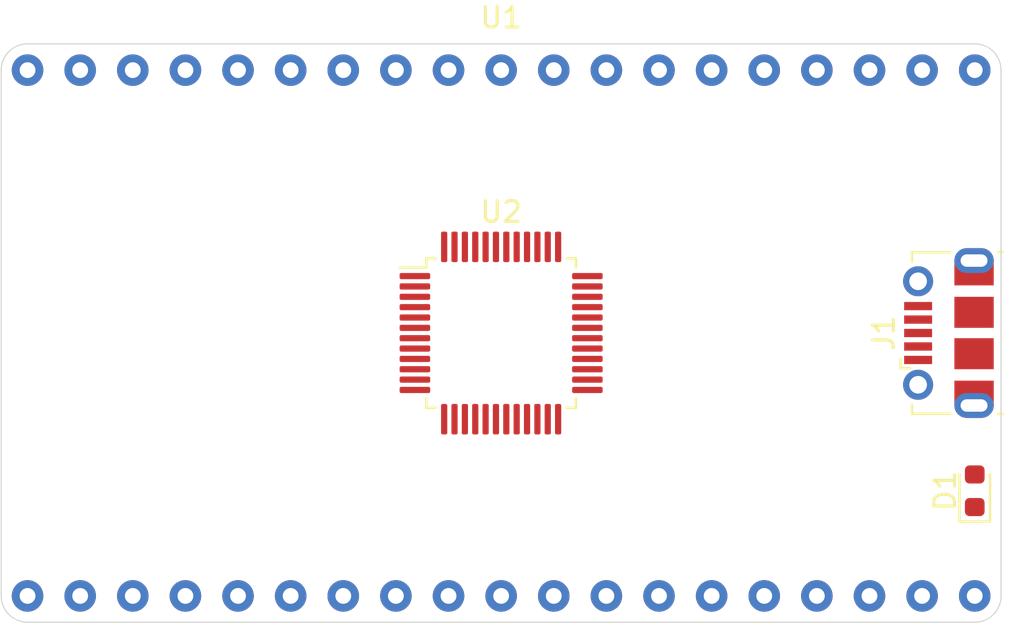
<source format=kicad_pcb>
(kicad_pcb (version 20171130) (host pcbnew 5.1.2+dfsg1-1)

  (general
    (thickness 1.6)
    (drawings 8)
    (tracks 0)
    (zones 0)
    (modules 4)
    (nets 82)
  )

  (page A4)
  (layers
    (0 F.Cu signal)
    (31 B.Cu signal)
    (32 B.Adhes user)
    (33 F.Adhes user)
    (34 B.Paste user)
    (35 F.Paste user)
    (36 B.SilkS user)
    (37 F.SilkS user)
    (38 B.Mask user)
    (39 F.Mask user)
    (40 Dwgs.User user)
    (41 Cmts.User user)
    (42 Eco1.User user)
    (43 Eco2.User user)
    (44 Edge.Cuts user)
    (45 Margin user)
    (46 B.CrtYd user)
    (47 F.CrtYd user)
    (48 B.Fab user hide)
    (49 F.Fab user hide)
  )

  (setup
    (last_trace_width 0.25)
    (trace_clearance 0.2)
    (zone_clearance 0.508)
    (zone_45_only no)
    (trace_min 0.2)
    (via_size 0.8)
    (via_drill 0.4)
    (via_min_size 0.4)
    (via_min_drill 0.3)
    (uvia_size 0.3)
    (uvia_drill 0.1)
    (uvias_allowed no)
    (uvia_min_size 0.2)
    (uvia_min_drill 0.1)
    (edge_width 0.05)
    (segment_width 0.2)
    (pcb_text_width 0.3)
    (pcb_text_size 1.5 1.5)
    (mod_edge_width 0.12)
    (mod_text_size 1 1)
    (mod_text_width 0.15)
    (pad_size 1.524 1.524)
    (pad_drill 0.762)
    (pad_to_mask_clearance 0.051)
    (solder_mask_min_width 0.25)
    (aux_axis_origin 0 0)
    (visible_elements FFFFFF7F)
    (pcbplotparams
      (layerselection 0x010fc_ffffffff)
      (usegerberextensions false)
      (usegerberattributes false)
      (usegerberadvancedattributes false)
      (creategerberjobfile false)
      (excludeedgelayer true)
      (linewidth 0.100000)
      (plotframeref false)
      (viasonmask false)
      (mode 1)
      (useauxorigin false)
      (hpglpennumber 1)
      (hpglpenspeed 20)
      (hpglpendiameter 15.000000)
      (psnegative false)
      (psa4output false)
      (plotreference true)
      (plotvalue true)
      (plotinvisibletext false)
      (padsonsilk false)
      (subtractmaskfromsilk false)
      (outputformat 1)
      (mirror false)
      (drillshape 1)
      (scaleselection 1)
      (outputdirectory ""))
  )

  (net 0 "")
  (net 1 "Net-(U1-Pad37)")
  (net 2 "Net-(U1-Pad36)")
  (net 3 "Net-(U1-Pad35)")
  (net 4 "Net-(U1-Pad34)")
  (net 5 "Net-(U1-Pad33)")
  (net 6 "Net-(U1-Pad31)")
  (net 7 "Net-(U1-Pad30)")
  (net 8 "Net-(U1-Pad29)")
  (net 9 "Net-(U1-Pad28)")
  (net 10 "Net-(U1-Pad27)")
  (net 11 "Net-(U1-Pad26)")
  (net 12 "Net-(U1-Pad25)")
  (net 13 "Net-(U1-Pad24)")
  (net 14 "Net-(U1-Pad23)")
  (net 15 "Net-(U1-Pad22)")
  (net 16 "Net-(U1-Pad21)")
  (net 17 "Net-(U1-Pad20)")
  (net 18 "Net-(U1-Pad18)")
  (net 19 "Net-(U1-Pad17)")
  (net 20 "Net-(U1-Pad16)")
  (net 21 "Net-(U1-Pad15)")
  (net 22 "Net-(U1-Pad13)")
  (net 23 "Net-(U1-Pad12)")
  (net 24 "Net-(U1-Pad11)")
  (net 25 "Net-(U1-Pad10)")
  (net 26 "Net-(U1-Pad9)")
  (net 27 "Net-(U1-Pad8)")
  (net 28 "Net-(U1-Pad7)")
  (net 29 "Net-(U1-Pad6)")
  (net 30 "Net-(U1-Pad5)")
  (net 31 "Net-(U1-Pad4)")
  (net 32 "Net-(U1-Pad3)")
  (net 33 "Net-(U1-Pad2)")
  (net 34 "Net-(U1-Pad1)")
  (net 35 "Net-(U2-Pad48)")
  (net 36 "Net-(U2-Pad47)")
  (net 37 "Net-(U2-Pad46)")
  (net 38 "Net-(U2-Pad44)")
  (net 39 "Net-(U2-Pad43)")
  (net 40 "Net-(U2-Pad42)")
  (net 41 "Net-(U2-Pad41)")
  (net 42 "Net-(U2-Pad40)")
  (net 43 "Net-(U2-Pad39)")
  (net 44 "Net-(U2-Pad38)")
  (net 45 "Net-(U2-Pad37)")
  (net 46 "Net-(U2-Pad36)")
  (net 47 "Net-(U2-Pad35)")
  (net 48 "Net-(U2-Pad33)")
  (net 49 "Net-(U2-Pad32)")
  (net 50 "Net-(U2-Pad31)")
  (net 51 "Net-(U2-Pad30)")
  (net 52 "Net-(U2-Pad29)")
  (net 53 "Net-(U2-Pad28)")
  (net 54 "Net-(U2-Pad27)")
  (net 55 "Net-(U2-Pad26)")
  (net 56 "Net-(U2-Pad24)")
  (net 57 "Net-(U2-Pad23)")
  (net 58 "Net-(U2-Pad22)")
  (net 59 "Net-(U2-Pad21)")
  (net 60 "Net-(U2-Pad20)")
  (net 61 "Net-(U2-Pad19)")
  (net 62 "Net-(U2-Pad17)")
  (net 63 "Net-(U2-Pad16)")
  (net 64 "Net-(U2-Pad15)")
  (net 65 "Net-(U2-Pad14)")
  (net 66 "Net-(U2-Pad13)")
  (net 67 "Net-(U2-Pad12)")
  (net 68 "Net-(U2-Pad11)")
  (net 69 "Net-(U2-Pad10)")
  (net 70 "Net-(U2-Pad6)")
  (net 71 "Net-(U2-Pad5)")
  (net 72 "Net-(U2-Pad4)")
  (net 73 "Net-(U2-Pad3)")
  (net 74 "Net-(U2-Pad2)")
  (net 75 "Net-(U2-Pad1)")
  (net 76 "Net-(J1-Pad3)")
  (net 77 "Net-(J1-Pad4)")
  (net 78 "Net-(J1-Pad2)")
  (net 79 "Net-(D1-Pad2)")
  (net 80 VBUS)
  (net 81 GND)

  (net_class Default "This is the default net class."
    (clearance 0.2)
    (trace_width 0.25)
    (via_dia 0.8)
    (via_drill 0.4)
    (uvia_dia 0.3)
    (uvia_drill 0.1)
    (add_net GND)
    (add_net "Net-(D1-Pad2)")
    (add_net "Net-(J1-Pad2)")
    (add_net "Net-(J1-Pad3)")
    (add_net "Net-(J1-Pad4)")
    (add_net "Net-(U1-Pad1)")
    (add_net "Net-(U1-Pad10)")
    (add_net "Net-(U1-Pad11)")
    (add_net "Net-(U1-Pad12)")
    (add_net "Net-(U1-Pad13)")
    (add_net "Net-(U1-Pad15)")
    (add_net "Net-(U1-Pad16)")
    (add_net "Net-(U1-Pad17)")
    (add_net "Net-(U1-Pad18)")
    (add_net "Net-(U1-Pad2)")
    (add_net "Net-(U1-Pad20)")
    (add_net "Net-(U1-Pad21)")
    (add_net "Net-(U1-Pad22)")
    (add_net "Net-(U1-Pad23)")
    (add_net "Net-(U1-Pad24)")
    (add_net "Net-(U1-Pad25)")
    (add_net "Net-(U1-Pad26)")
    (add_net "Net-(U1-Pad27)")
    (add_net "Net-(U1-Pad28)")
    (add_net "Net-(U1-Pad29)")
    (add_net "Net-(U1-Pad3)")
    (add_net "Net-(U1-Pad30)")
    (add_net "Net-(U1-Pad31)")
    (add_net "Net-(U1-Pad33)")
    (add_net "Net-(U1-Pad34)")
    (add_net "Net-(U1-Pad35)")
    (add_net "Net-(U1-Pad36)")
    (add_net "Net-(U1-Pad37)")
    (add_net "Net-(U1-Pad4)")
    (add_net "Net-(U1-Pad5)")
    (add_net "Net-(U1-Pad6)")
    (add_net "Net-(U1-Pad7)")
    (add_net "Net-(U1-Pad8)")
    (add_net "Net-(U1-Pad9)")
    (add_net "Net-(U2-Pad1)")
    (add_net "Net-(U2-Pad10)")
    (add_net "Net-(U2-Pad11)")
    (add_net "Net-(U2-Pad12)")
    (add_net "Net-(U2-Pad13)")
    (add_net "Net-(U2-Pad14)")
    (add_net "Net-(U2-Pad15)")
    (add_net "Net-(U2-Pad16)")
    (add_net "Net-(U2-Pad17)")
    (add_net "Net-(U2-Pad19)")
    (add_net "Net-(U2-Pad2)")
    (add_net "Net-(U2-Pad20)")
    (add_net "Net-(U2-Pad21)")
    (add_net "Net-(U2-Pad22)")
    (add_net "Net-(U2-Pad23)")
    (add_net "Net-(U2-Pad24)")
    (add_net "Net-(U2-Pad26)")
    (add_net "Net-(U2-Pad27)")
    (add_net "Net-(U2-Pad28)")
    (add_net "Net-(U2-Pad29)")
    (add_net "Net-(U2-Pad3)")
    (add_net "Net-(U2-Pad30)")
    (add_net "Net-(U2-Pad31)")
    (add_net "Net-(U2-Pad32)")
    (add_net "Net-(U2-Pad33)")
    (add_net "Net-(U2-Pad35)")
    (add_net "Net-(U2-Pad36)")
    (add_net "Net-(U2-Pad37)")
    (add_net "Net-(U2-Pad38)")
    (add_net "Net-(U2-Pad39)")
    (add_net "Net-(U2-Pad4)")
    (add_net "Net-(U2-Pad40)")
    (add_net "Net-(U2-Pad41)")
    (add_net "Net-(U2-Pad42)")
    (add_net "Net-(U2-Pad43)")
    (add_net "Net-(U2-Pad44)")
    (add_net "Net-(U2-Pad46)")
    (add_net "Net-(U2-Pad47)")
    (add_net "Net-(U2-Pad48)")
    (add_net "Net-(U2-Pad5)")
    (add_net "Net-(U2-Pad6)")
    (add_net VBUS)
  )

  (module Diode_SMD:D_0603_1608Metric (layer F.Cu) (tedit 5B301BBE) (tstamp 5CE7ED1D)
    (at 175.26 109.22 90)
    (descr "Diode SMD 0603 (1608 Metric), square (rectangular) end terminal, IPC_7351 nominal, (Body size source: http://www.tortai-tech.com/upload/download/2011102023233369053.pdf), generated with kicad-footprint-generator")
    (tags diode)
    (path /5CE90065)
    (attr smd)
    (fp_text reference D1 (at 0 -1.43 90) (layer F.SilkS)
      (effects (font (size 1 1) (thickness 0.15)))
    )
    (fp_text value D_Zener (at 0 1.43 90) (layer F.Fab)
      (effects (font (size 1 1) (thickness 0.15)))
    )
    (fp_text user %R (at 0 0 90) (layer F.Fab)
      (effects (font (size 0.4 0.4) (thickness 0.06)))
    )
    (fp_line (start 1.48 0.73) (end -1.48 0.73) (layer F.CrtYd) (width 0.05))
    (fp_line (start 1.48 -0.73) (end 1.48 0.73) (layer F.CrtYd) (width 0.05))
    (fp_line (start -1.48 -0.73) (end 1.48 -0.73) (layer F.CrtYd) (width 0.05))
    (fp_line (start -1.48 0.73) (end -1.48 -0.73) (layer F.CrtYd) (width 0.05))
    (fp_line (start -1.485 0.735) (end 0.8 0.735) (layer F.SilkS) (width 0.12))
    (fp_line (start -1.485 -0.735) (end -1.485 0.735) (layer F.SilkS) (width 0.12))
    (fp_line (start 0.8 -0.735) (end -1.485 -0.735) (layer F.SilkS) (width 0.12))
    (fp_line (start 0.8 0.4) (end 0.8 -0.4) (layer F.Fab) (width 0.1))
    (fp_line (start -0.8 0.4) (end 0.8 0.4) (layer F.Fab) (width 0.1))
    (fp_line (start -0.8 -0.1) (end -0.8 0.4) (layer F.Fab) (width 0.1))
    (fp_line (start -0.5 -0.4) (end -0.8 -0.1) (layer F.Fab) (width 0.1))
    (fp_line (start 0.8 -0.4) (end -0.5 -0.4) (layer F.Fab) (width 0.1))
    (pad 2 smd roundrect (at 0.7875 0 90) (size 0.875 0.95) (layers F.Cu F.Paste F.Mask) (roundrect_rratio 0.25)
      (net 79 "Net-(D1-Pad2)"))
    (pad 1 smd roundrect (at -0.7875 0 90) (size 0.875 0.95) (layers F.Cu F.Paste F.Mask) (roundrect_rratio 0.25)
      (net 80 VBUS))
    (model ${KISYS3DMOD}/Diode_SMD.3dshapes/D_0603_1608Metric.wrl
      (at (xyz 0 0 0))
      (scale (xyz 1 1 1))
      (rotate (xyz 0 0 0))
    )
  )

  (module Connector_USB:USB_Micro-B_Molex-105017-0001 (layer F.Cu) (tedit 5A1DC0BE) (tstamp 5CE7EA02)
    (at 173.99 101.6 90)
    (descr http://www.molex.com/pdm_docs/sd/1050170001_sd.pdf)
    (tags "Micro-USB SMD Typ-B")
    (path /5CE89454)
    (attr smd)
    (fp_text reference J1 (at 0 -3.1125 90) (layer F.SilkS)
      (effects (font (size 1 1) (thickness 0.15)))
    )
    (fp_text value USB_B_Micro (at 0.3 4.3375 90) (layer F.Fab)
      (effects (font (size 1 1) (thickness 0.15)))
    )
    (fp_line (start -1.1 -2.1225) (end -1.1 -1.9125) (layer F.Fab) (width 0.1))
    (fp_line (start -1.5 -2.1225) (end -1.5 -1.9125) (layer F.Fab) (width 0.1))
    (fp_line (start -1.5 -2.1225) (end -1.1 -2.1225) (layer F.Fab) (width 0.1))
    (fp_line (start -1.1 -1.9125) (end -1.3 -1.7125) (layer F.Fab) (width 0.1))
    (fp_line (start -1.3 -1.7125) (end -1.5 -1.9125) (layer F.Fab) (width 0.1))
    (fp_line (start -1.7 -2.3125) (end -1.7 -1.8625) (layer F.SilkS) (width 0.12))
    (fp_line (start -1.7 -2.3125) (end -1.25 -2.3125) (layer F.SilkS) (width 0.12))
    (fp_line (start 3.9 -1.7625) (end 3.45 -1.7625) (layer F.SilkS) (width 0.12))
    (fp_line (start 3.9 0.0875) (end 3.9 -1.7625) (layer F.SilkS) (width 0.12))
    (fp_line (start -3.9 2.6375) (end -3.9 2.3875) (layer F.SilkS) (width 0.12))
    (fp_line (start -3.75 3.3875) (end -3.75 -1.6125) (layer F.Fab) (width 0.1))
    (fp_line (start -3.75 -1.6125) (end 3.75 -1.6125) (layer F.Fab) (width 0.1))
    (fp_line (start -3.75 3.389204) (end 3.75 3.389204) (layer F.Fab) (width 0.1))
    (fp_line (start -3 2.689204) (end 3 2.689204) (layer F.Fab) (width 0.1))
    (fp_line (start 3.75 3.3875) (end 3.75 -1.6125) (layer F.Fab) (width 0.1))
    (fp_line (start 3.9 2.6375) (end 3.9 2.3875) (layer F.SilkS) (width 0.12))
    (fp_line (start -3.9 0.0875) (end -3.9 -1.7625) (layer F.SilkS) (width 0.12))
    (fp_line (start -3.9 -1.7625) (end -3.45 -1.7625) (layer F.SilkS) (width 0.12))
    (fp_line (start -4.4 3.64) (end -4.4 -2.46) (layer F.CrtYd) (width 0.05))
    (fp_line (start -4.4 -2.46) (end 4.4 -2.46) (layer F.CrtYd) (width 0.05))
    (fp_line (start 4.4 -2.46) (end 4.4 3.64) (layer F.CrtYd) (width 0.05))
    (fp_line (start -4.4 3.64) (end 4.4 3.64) (layer F.CrtYd) (width 0.05))
    (fp_text user %R (at 0 0.8875 90) (layer F.Fab)
      (effects (font (size 1 1) (thickness 0.15)))
    )
    (fp_text user "PCB Edge" (at 0 2.6875 90) (layer Dwgs.User)
      (effects (font (size 0.5 0.5) (thickness 0.08)))
    )
    (pad 6 smd rect (at -2.9 1.2375 90) (size 1.2 1.9) (layers F.Cu F.Mask)
      (net 81 GND))
    (pad 6 smd rect (at 2.9 1.2375 90) (size 1.2 1.9) (layers F.Cu F.Mask)
      (net 81 GND))
    (pad 6 thru_hole oval (at 3.5 1.2375 90) (size 1.2 1.9) (drill oval 0.6 1.3) (layers *.Cu *.Mask)
      (net 81 GND))
    (pad 6 thru_hole oval (at -3.5 1.2375 270) (size 1.2 1.9) (drill oval 0.6 1.3) (layers *.Cu *.Mask)
      (net 81 GND))
    (pad 6 smd rect (at -1 1.2375 90) (size 1.5 1.9) (layers F.Cu F.Paste F.Mask)
      (net 81 GND))
    (pad 6 thru_hole circle (at 2.5 -1.4625 90) (size 1.45 1.45) (drill 0.85) (layers *.Cu *.Mask)
      (net 81 GND))
    (pad 3 smd rect (at 0 -1.4625 90) (size 0.4 1.35) (layers F.Cu F.Paste F.Mask)
      (net 76 "Net-(J1-Pad3)"))
    (pad 4 smd rect (at 0.65 -1.4625 90) (size 0.4 1.35) (layers F.Cu F.Paste F.Mask)
      (net 77 "Net-(J1-Pad4)"))
    (pad 5 smd rect (at 1.3 -1.4625 90) (size 0.4 1.35) (layers F.Cu F.Paste F.Mask)
      (net 81 GND))
    (pad 1 smd rect (at -1.3 -1.4625 90) (size 0.4 1.35) (layers F.Cu F.Paste F.Mask)
      (net 79 "Net-(D1-Pad2)"))
    (pad 2 smd rect (at -0.65 -1.4625 90) (size 0.4 1.35) (layers F.Cu F.Paste F.Mask)
      (net 78 "Net-(J1-Pad2)"))
    (pad 6 thru_hole circle (at -2.5 -1.4625 90) (size 1.45 1.45) (drill 0.85) (layers *.Cu *.Mask)
      (net 81 GND))
    (pad 6 smd rect (at 1 1.2375 90) (size 1.5 1.9) (layers F.Cu F.Paste F.Mask)
      (net 81 GND))
    (model ${KISYS3DMOD}/Connector_USB.3dshapes/USB_Micro-B_Molex-105017-0001.wrl
      (at (xyz 0 0 0))
      (scale (xyz 1 1 1))
      (rotate (xyz 0 0 0))
    )
  )

  (module Package_QFP:LQFP-48_7x7mm_P0.5mm (layer F.Cu) (tedit 5C18330E) (tstamp 5CE7E5B0)
    (at 152.4 101.6)
    (descr "LQFP, 48 Pin (https://www.analog.com/media/en/technical-documentation/data-sheets/ltc2358-16.pdf), generated with kicad-footprint-generator ipc_gullwing_generator.py")
    (tags "LQFP QFP")
    (path /5CE82FA5)
    (attr smd)
    (fp_text reference U2 (at 0 -5.85) (layer F.SilkS)
      (effects (font (size 1 1) (thickness 0.15)))
    )
    (fp_text value FT2232D (at 0 5.85) (layer F.Fab)
      (effects (font (size 1 1) (thickness 0.15)))
    )
    (fp_text user %R (at 0 0) (layer F.Fab)
      (effects (font (size 1 1) (thickness 0.15)))
    )
    (fp_line (start 5.15 3.15) (end 5.15 0) (layer F.CrtYd) (width 0.05))
    (fp_line (start 3.75 3.15) (end 5.15 3.15) (layer F.CrtYd) (width 0.05))
    (fp_line (start 3.75 3.75) (end 3.75 3.15) (layer F.CrtYd) (width 0.05))
    (fp_line (start 3.15 3.75) (end 3.75 3.75) (layer F.CrtYd) (width 0.05))
    (fp_line (start 3.15 5.15) (end 3.15 3.75) (layer F.CrtYd) (width 0.05))
    (fp_line (start 0 5.15) (end 3.15 5.15) (layer F.CrtYd) (width 0.05))
    (fp_line (start -5.15 3.15) (end -5.15 0) (layer F.CrtYd) (width 0.05))
    (fp_line (start -3.75 3.15) (end -5.15 3.15) (layer F.CrtYd) (width 0.05))
    (fp_line (start -3.75 3.75) (end -3.75 3.15) (layer F.CrtYd) (width 0.05))
    (fp_line (start -3.15 3.75) (end -3.75 3.75) (layer F.CrtYd) (width 0.05))
    (fp_line (start -3.15 5.15) (end -3.15 3.75) (layer F.CrtYd) (width 0.05))
    (fp_line (start 0 5.15) (end -3.15 5.15) (layer F.CrtYd) (width 0.05))
    (fp_line (start 5.15 -3.15) (end 5.15 0) (layer F.CrtYd) (width 0.05))
    (fp_line (start 3.75 -3.15) (end 5.15 -3.15) (layer F.CrtYd) (width 0.05))
    (fp_line (start 3.75 -3.75) (end 3.75 -3.15) (layer F.CrtYd) (width 0.05))
    (fp_line (start 3.15 -3.75) (end 3.75 -3.75) (layer F.CrtYd) (width 0.05))
    (fp_line (start 3.15 -5.15) (end 3.15 -3.75) (layer F.CrtYd) (width 0.05))
    (fp_line (start 0 -5.15) (end 3.15 -5.15) (layer F.CrtYd) (width 0.05))
    (fp_line (start -5.15 -3.15) (end -5.15 0) (layer F.CrtYd) (width 0.05))
    (fp_line (start -3.75 -3.15) (end -5.15 -3.15) (layer F.CrtYd) (width 0.05))
    (fp_line (start -3.75 -3.75) (end -3.75 -3.15) (layer F.CrtYd) (width 0.05))
    (fp_line (start -3.15 -3.75) (end -3.75 -3.75) (layer F.CrtYd) (width 0.05))
    (fp_line (start -3.15 -5.15) (end -3.15 -3.75) (layer F.CrtYd) (width 0.05))
    (fp_line (start 0 -5.15) (end -3.15 -5.15) (layer F.CrtYd) (width 0.05))
    (fp_line (start -3.5 -2.5) (end -2.5 -3.5) (layer F.Fab) (width 0.1))
    (fp_line (start -3.5 3.5) (end -3.5 -2.5) (layer F.Fab) (width 0.1))
    (fp_line (start 3.5 3.5) (end -3.5 3.5) (layer F.Fab) (width 0.1))
    (fp_line (start 3.5 -3.5) (end 3.5 3.5) (layer F.Fab) (width 0.1))
    (fp_line (start -2.5 -3.5) (end 3.5 -3.5) (layer F.Fab) (width 0.1))
    (fp_line (start -3.61 -3.16) (end -4.9 -3.16) (layer F.SilkS) (width 0.12))
    (fp_line (start -3.61 -3.61) (end -3.61 -3.16) (layer F.SilkS) (width 0.12))
    (fp_line (start -3.16 -3.61) (end -3.61 -3.61) (layer F.SilkS) (width 0.12))
    (fp_line (start 3.61 -3.61) (end 3.61 -3.16) (layer F.SilkS) (width 0.12))
    (fp_line (start 3.16 -3.61) (end 3.61 -3.61) (layer F.SilkS) (width 0.12))
    (fp_line (start -3.61 3.61) (end -3.61 3.16) (layer F.SilkS) (width 0.12))
    (fp_line (start -3.16 3.61) (end -3.61 3.61) (layer F.SilkS) (width 0.12))
    (fp_line (start 3.61 3.61) (end 3.61 3.16) (layer F.SilkS) (width 0.12))
    (fp_line (start 3.16 3.61) (end 3.61 3.61) (layer F.SilkS) (width 0.12))
    (pad 48 smd roundrect (at -2.75 -4.1625) (size 0.3 1.475) (layers F.Cu F.Paste F.Mask) (roundrect_rratio 0.25)
      (net 35 "Net-(U2-Pad48)"))
    (pad 47 smd roundrect (at -2.25 -4.1625) (size 0.3 1.475) (layers F.Cu F.Paste F.Mask) (roundrect_rratio 0.25)
      (net 36 "Net-(U2-Pad47)"))
    (pad 46 smd roundrect (at -1.75 -4.1625) (size 0.3 1.475) (layers F.Cu F.Paste F.Mask) (roundrect_rratio 0.25)
      (net 37 "Net-(U2-Pad46)"))
    (pad 45 smd roundrect (at -1.25 -4.1625) (size 0.3 1.475) (layers F.Cu F.Paste F.Mask) (roundrect_rratio 0.25)
      (net 81 GND))
    (pad 44 smd roundrect (at -0.75 -4.1625) (size 0.3 1.475) (layers F.Cu F.Paste F.Mask) (roundrect_rratio 0.25)
      (net 38 "Net-(U2-Pad44)"))
    (pad 43 smd roundrect (at -0.25 -4.1625) (size 0.3 1.475) (layers F.Cu F.Paste F.Mask) (roundrect_rratio 0.25)
      (net 39 "Net-(U2-Pad43)"))
    (pad 42 smd roundrect (at 0.25 -4.1625) (size 0.3 1.475) (layers F.Cu F.Paste F.Mask) (roundrect_rratio 0.25)
      (net 40 "Net-(U2-Pad42)"))
    (pad 41 smd roundrect (at 0.75 -4.1625) (size 0.3 1.475) (layers F.Cu F.Paste F.Mask) (roundrect_rratio 0.25)
      (net 41 "Net-(U2-Pad41)"))
    (pad 40 smd roundrect (at 1.25 -4.1625) (size 0.3 1.475) (layers F.Cu F.Paste F.Mask) (roundrect_rratio 0.25)
      (net 42 "Net-(U2-Pad40)"))
    (pad 39 smd roundrect (at 1.75 -4.1625) (size 0.3 1.475) (layers F.Cu F.Paste F.Mask) (roundrect_rratio 0.25)
      (net 43 "Net-(U2-Pad39)"))
    (pad 38 smd roundrect (at 2.25 -4.1625) (size 0.3 1.475) (layers F.Cu F.Paste F.Mask) (roundrect_rratio 0.25)
      (net 44 "Net-(U2-Pad38)"))
    (pad 37 smd roundrect (at 2.75 -4.1625) (size 0.3 1.475) (layers F.Cu F.Paste F.Mask) (roundrect_rratio 0.25)
      (net 45 "Net-(U2-Pad37)"))
    (pad 36 smd roundrect (at 4.1625 -2.75) (size 1.475 0.3) (layers F.Cu F.Paste F.Mask) (roundrect_rratio 0.25)
      (net 46 "Net-(U2-Pad36)"))
    (pad 35 smd roundrect (at 4.1625 -2.25) (size 1.475 0.3) (layers F.Cu F.Paste F.Mask) (roundrect_rratio 0.25)
      (net 47 "Net-(U2-Pad35)"))
    (pad 34 smd roundrect (at 4.1625 -1.75) (size 1.475 0.3) (layers F.Cu F.Paste F.Mask) (roundrect_rratio 0.25)
      (net 81 GND))
    (pad 33 smd roundrect (at 4.1625 -1.25) (size 1.475 0.3) (layers F.Cu F.Paste F.Mask) (roundrect_rratio 0.25)
      (net 48 "Net-(U2-Pad33)"))
    (pad 32 smd roundrect (at 4.1625 -0.75) (size 1.475 0.3) (layers F.Cu F.Paste F.Mask) (roundrect_rratio 0.25)
      (net 49 "Net-(U2-Pad32)"))
    (pad 31 smd roundrect (at 4.1625 -0.25) (size 1.475 0.3) (layers F.Cu F.Paste F.Mask) (roundrect_rratio 0.25)
      (net 50 "Net-(U2-Pad31)"))
    (pad 30 smd roundrect (at 4.1625 0.25) (size 1.475 0.3) (layers F.Cu F.Paste F.Mask) (roundrect_rratio 0.25)
      (net 51 "Net-(U2-Pad30)"))
    (pad 29 smd roundrect (at 4.1625 0.75) (size 1.475 0.3) (layers F.Cu F.Paste F.Mask) (roundrect_rratio 0.25)
      (net 52 "Net-(U2-Pad29)"))
    (pad 28 smd roundrect (at 4.1625 1.25) (size 1.475 0.3) (layers F.Cu F.Paste F.Mask) (roundrect_rratio 0.25)
      (net 53 "Net-(U2-Pad28)"))
    (pad 27 smd roundrect (at 4.1625 1.75) (size 1.475 0.3) (layers F.Cu F.Paste F.Mask) (roundrect_rratio 0.25)
      (net 54 "Net-(U2-Pad27)"))
    (pad 26 smd roundrect (at 4.1625 2.25) (size 1.475 0.3) (layers F.Cu F.Paste F.Mask) (roundrect_rratio 0.25)
      (net 55 "Net-(U2-Pad26)"))
    (pad 25 smd roundrect (at 4.1625 2.75) (size 1.475 0.3) (layers F.Cu F.Paste F.Mask) (roundrect_rratio 0.25)
      (net 81 GND))
    (pad 24 smd roundrect (at 2.75 4.1625) (size 0.3 1.475) (layers F.Cu F.Paste F.Mask) (roundrect_rratio 0.25)
      (net 56 "Net-(U2-Pad24)"))
    (pad 23 smd roundrect (at 2.25 4.1625) (size 0.3 1.475) (layers F.Cu F.Paste F.Mask) (roundrect_rratio 0.25)
      (net 57 "Net-(U2-Pad23)"))
    (pad 22 smd roundrect (at 1.75 4.1625) (size 0.3 1.475) (layers F.Cu F.Paste F.Mask) (roundrect_rratio 0.25)
      (net 58 "Net-(U2-Pad22)"))
    (pad 21 smd roundrect (at 1.25 4.1625) (size 0.3 1.475) (layers F.Cu F.Paste F.Mask) (roundrect_rratio 0.25)
      (net 59 "Net-(U2-Pad21)"))
    (pad 20 smd roundrect (at 0.75 4.1625) (size 0.3 1.475) (layers F.Cu F.Paste F.Mask) (roundrect_rratio 0.25)
      (net 60 "Net-(U2-Pad20)"))
    (pad 19 smd roundrect (at 0.25 4.1625) (size 0.3 1.475) (layers F.Cu F.Paste F.Mask) (roundrect_rratio 0.25)
      (net 61 "Net-(U2-Pad19)"))
    (pad 18 smd roundrect (at -0.25 4.1625) (size 0.3 1.475) (layers F.Cu F.Paste F.Mask) (roundrect_rratio 0.25)
      (net 81 GND))
    (pad 17 smd roundrect (at -0.75 4.1625) (size 0.3 1.475) (layers F.Cu F.Paste F.Mask) (roundrect_rratio 0.25)
      (net 62 "Net-(U2-Pad17)"))
    (pad 16 smd roundrect (at -1.25 4.1625) (size 0.3 1.475) (layers F.Cu F.Paste F.Mask) (roundrect_rratio 0.25)
      (net 63 "Net-(U2-Pad16)"))
    (pad 15 smd roundrect (at -1.75 4.1625) (size 0.3 1.475) (layers F.Cu F.Paste F.Mask) (roundrect_rratio 0.25)
      (net 64 "Net-(U2-Pad15)"))
    (pad 14 smd roundrect (at -2.25 4.1625) (size 0.3 1.475) (layers F.Cu F.Paste F.Mask) (roundrect_rratio 0.25)
      (net 65 "Net-(U2-Pad14)"))
    (pad 13 smd roundrect (at -2.75 4.1625) (size 0.3 1.475) (layers F.Cu F.Paste F.Mask) (roundrect_rratio 0.25)
      (net 66 "Net-(U2-Pad13)"))
    (pad 12 smd roundrect (at -4.1625 2.75) (size 1.475 0.3) (layers F.Cu F.Paste F.Mask) (roundrect_rratio 0.25)
      (net 67 "Net-(U2-Pad12)"))
    (pad 11 smd roundrect (at -4.1625 2.25) (size 1.475 0.3) (layers F.Cu F.Paste F.Mask) (roundrect_rratio 0.25)
      (net 68 "Net-(U2-Pad11)"))
    (pad 10 smd roundrect (at -4.1625 1.75) (size 1.475 0.3) (layers F.Cu F.Paste F.Mask) (roundrect_rratio 0.25)
      (net 69 "Net-(U2-Pad10)"))
    (pad 9 smd roundrect (at -4.1625 1.25) (size 1.475 0.3) (layers F.Cu F.Paste F.Mask) (roundrect_rratio 0.25)
      (net 81 GND))
    (pad 8 smd roundrect (at -4.1625 0.75) (size 1.475 0.3) (layers F.Cu F.Paste F.Mask) (roundrect_rratio 0.25)
      (net 78 "Net-(J1-Pad2)"))
    (pad 7 smd roundrect (at -4.1625 0.25) (size 1.475 0.3) (layers F.Cu F.Paste F.Mask) (roundrect_rratio 0.25)
      (net 76 "Net-(J1-Pad3)"))
    (pad 6 smd roundrect (at -4.1625 -0.25) (size 1.475 0.3) (layers F.Cu F.Paste F.Mask) (roundrect_rratio 0.25)
      (net 70 "Net-(U2-Pad6)"))
    (pad 5 smd roundrect (at -4.1625 -0.75) (size 1.475 0.3) (layers F.Cu F.Paste F.Mask) (roundrect_rratio 0.25)
      (net 71 "Net-(U2-Pad5)"))
    (pad 4 smd roundrect (at -4.1625 -1.25) (size 1.475 0.3) (layers F.Cu F.Paste F.Mask) (roundrect_rratio 0.25)
      (net 72 "Net-(U2-Pad4)"))
    (pad 3 smd roundrect (at -4.1625 -1.75) (size 1.475 0.3) (layers F.Cu F.Paste F.Mask) (roundrect_rratio 0.25)
      (net 73 "Net-(U2-Pad3)"))
    (pad 2 smd roundrect (at -4.1625 -2.25) (size 1.475 0.3) (layers F.Cu F.Paste F.Mask) (roundrect_rratio 0.25)
      (net 74 "Net-(U2-Pad2)"))
    (pad 1 smd roundrect (at -4.1625 -2.75) (size 1.475 0.3) (layers F.Cu F.Paste F.Mask) (roundrect_rratio 0.25)
      (net 75 "Net-(U2-Pad1)"))
    (model ${KISYS3DMOD}/Package_QFP.3dshapes/LQFP-48_7x7mm_P0.5mm.wrl
      (at (xyz 0 0 0))
      (scale (xyz 1 1 1))
      (rotate (xyz 0 0 0))
    )
  )

  (module footprints:ESP32-DevKitC (layer F.Cu) (tedit 5CE794BA) (tstamp 5CE7E336)
    (at 152.4 101.6)
    (path /5CE80296)
    (fp_text reference U1 (at 0 -15.24) (layer F.SilkS)
      (effects (font (size 1 1) (thickness 0.15)))
    )
    (fp_text value ESP32-DevKitC (at 0 15.24) (layer F.Fab)
      (effects (font (size 1 1) (thickness 0.15)))
    )
    (fp_line (start -24.13 13.97) (end -24.13 -13.97) (layer Dwgs.User) (width 0.12))
    (fp_line (start 24.13 13.97) (end -24.13 13.97) (layer Dwgs.User) (width 0.12))
    (fp_line (start 24.13 -13.97) (end 24.13 13.97) (layer Dwgs.User) (width 0.12))
    (fp_line (start -24.13 -13.97) (end 24.13 -13.97) (layer Dwgs.User) (width 0.12))
    (pad 38 thru_hole circle (at -22.86 -12.7) (size 1.524 1.524) (drill 0.762) (layers *.Cu *.Mask)
      (net 81 GND))
    (pad 37 thru_hole circle (at -20.32 -12.7) (size 1.524 1.524) (drill 0.762) (layers *.Cu *.Mask)
      (net 1 "Net-(U1-Pad37)"))
    (pad 36 thru_hole circle (at -17.78 -12.7) (size 1.524 1.524) (drill 0.762) (layers *.Cu *.Mask)
      (net 2 "Net-(U1-Pad36)"))
    (pad 35 thru_hole circle (at -15.24 -12.7) (size 1.524 1.524) (drill 0.762) (layers *.Cu *.Mask)
      (net 3 "Net-(U1-Pad35)"))
    (pad 34 thru_hole circle (at -12.7 -12.7) (size 1.524 1.524) (drill 0.762) (layers *.Cu *.Mask)
      (net 4 "Net-(U1-Pad34)"))
    (pad 33 thru_hole circle (at -10.16 -12.7) (size 1.524 1.524) (drill 0.762) (layers *.Cu *.Mask)
      (net 5 "Net-(U1-Pad33)"))
    (pad 32 thru_hole circle (at -7.62 -12.7) (size 1.524 1.524) (drill 0.762) (layers *.Cu *.Mask)
      (net 81 GND))
    (pad 31 thru_hole circle (at -5.08 -12.7) (size 1.524 1.524) (drill 0.762) (layers *.Cu *.Mask)
      (net 6 "Net-(U1-Pad31)"))
    (pad 30 thru_hole circle (at -2.54 -12.7) (size 1.524 1.524) (drill 0.762) (layers *.Cu *.Mask)
      (net 7 "Net-(U1-Pad30)"))
    (pad 29 thru_hole circle (at 0 -12.7) (size 1.524 1.524) (drill 0.762) (layers *.Cu *.Mask)
      (net 8 "Net-(U1-Pad29)"))
    (pad 28 thru_hole circle (at 2.54 -12.7) (size 1.524 1.524) (drill 0.762) (layers *.Cu *.Mask)
      (net 9 "Net-(U1-Pad28)"))
    (pad 27 thru_hole circle (at 5.08 -12.7) (size 1.524 1.524) (drill 0.762) (layers *.Cu *.Mask)
      (net 10 "Net-(U1-Pad27)"))
    (pad 26 thru_hole circle (at 7.62 -12.7) (size 1.524 1.524) (drill 0.762) (layers *.Cu *.Mask)
      (net 11 "Net-(U1-Pad26)"))
    (pad 25 thru_hole circle (at 10.16 -12.7) (size 1.524 1.524) (drill 0.762) (layers *.Cu *.Mask)
      (net 12 "Net-(U1-Pad25)"))
    (pad 24 thru_hole circle (at 12.7 -12.7) (size 1.524 1.524) (drill 0.762) (layers *.Cu *.Mask)
      (net 13 "Net-(U1-Pad24)"))
    (pad 23 thru_hole circle (at 15.24 -12.7) (size 1.524 1.524) (drill 0.762) (layers *.Cu *.Mask)
      (net 14 "Net-(U1-Pad23)"))
    (pad 22 thru_hole circle (at 17.78 -12.7) (size 1.524 1.524) (drill 0.762) (layers *.Cu *.Mask)
      (net 15 "Net-(U1-Pad22)"))
    (pad 21 thru_hole circle (at 20.32 -12.7) (size 1.524 1.524) (drill 0.762) (layers *.Cu *.Mask)
      (net 16 "Net-(U1-Pad21)"))
    (pad 20 thru_hole circle (at 22.86 -12.7) (size 1.524 1.524) (drill 0.762) (layers *.Cu *.Mask)
      (net 17 "Net-(U1-Pad20)"))
    (pad 19 thru_hole circle (at 22.86 12.7) (size 1.524 1.524) (drill 0.762) (layers *.Cu *.Mask)
      (net 80 VBUS))
    (pad 18 thru_hole circle (at 20.32 12.7) (size 1.524 1.524) (drill 0.762) (layers *.Cu *.Mask)
      (net 18 "Net-(U1-Pad18)"))
    (pad 17 thru_hole circle (at 17.78 12.7) (size 1.524 1.524) (drill 0.762) (layers *.Cu *.Mask)
      (net 19 "Net-(U1-Pad17)"))
    (pad 16 thru_hole circle (at 15.24 12.7) (size 1.524 1.524) (drill 0.762) (layers *.Cu *.Mask)
      (net 20 "Net-(U1-Pad16)"))
    (pad 15 thru_hole circle (at 12.7 12.7) (size 1.524 1.524) (drill 0.762) (layers *.Cu *.Mask)
      (net 21 "Net-(U1-Pad15)"))
    (pad 14 thru_hole circle (at 10.16 12.7) (size 1.524 1.524) (drill 0.762) (layers *.Cu *.Mask)
      (net 81 GND))
    (pad 13 thru_hole circle (at 7.62 12.7) (size 1.524 1.524) (drill 0.762) (layers *.Cu *.Mask)
      (net 22 "Net-(U1-Pad13)"))
    (pad 12 thru_hole circle (at 5.08 12.7) (size 1.524 1.524) (drill 0.762) (layers *.Cu *.Mask)
      (net 23 "Net-(U1-Pad12)"))
    (pad 11 thru_hole circle (at 2.54 12.7) (size 1.524 1.524) (drill 0.762) (layers *.Cu *.Mask)
      (net 24 "Net-(U1-Pad11)"))
    (pad 10 thru_hole circle (at 0 12.7) (size 1.524 1.524) (drill 0.762) (layers *.Cu *.Mask)
      (net 25 "Net-(U1-Pad10)"))
    (pad 9 thru_hole circle (at -2.54 12.7) (size 1.524 1.524) (drill 0.762) (layers *.Cu *.Mask)
      (net 26 "Net-(U1-Pad9)"))
    (pad 8 thru_hole circle (at -5.08 12.7) (size 1.524 1.524) (drill 0.762) (layers *.Cu *.Mask)
      (net 27 "Net-(U1-Pad8)"))
    (pad 7 thru_hole circle (at -7.62 12.7) (size 1.524 1.524) (drill 0.762) (layers *.Cu *.Mask)
      (net 28 "Net-(U1-Pad7)"))
    (pad 6 thru_hole circle (at -10.16 12.7) (size 1.524 1.524) (drill 0.762) (layers *.Cu *.Mask)
      (net 29 "Net-(U1-Pad6)"))
    (pad 5 thru_hole circle (at -12.7 12.7) (size 1.524 1.524) (drill 0.762) (layers *.Cu *.Mask)
      (net 30 "Net-(U1-Pad5)"))
    (pad 4 thru_hole circle (at -15.24 12.7) (size 1.524 1.524) (drill 0.762) (layers *.Cu *.Mask)
      (net 31 "Net-(U1-Pad4)"))
    (pad 3 thru_hole circle (at -17.78 12.7) (size 1.524 1.524) (drill 0.762) (layers *.Cu *.Mask)
      (net 32 "Net-(U1-Pad3)"))
    (pad 2 thru_hole circle (at -20.32 12.7) (size 1.524 1.524) (drill 0.762) (layers *.Cu *.Mask)
      (net 33 "Net-(U1-Pad2)"))
    (pad 1 thru_hole circle (at -22.86 12.7) (size 1.524 1.524) (drill 0.762) (layers *.Cu *.Mask)
      (net 34 "Net-(U1-Pad1)"))
  )

  (gr_line (start 176.53 114.3) (end 176.53 88.9) (layer Edge.Cuts) (width 0.05) (tstamp 5CE7F241))
  (gr_line (start 129.54 115.57) (end 175.26 115.57) (layer Edge.Cuts) (width 0.05) (tstamp 5CE7F240))
  (gr_line (start 128.27 88.9) (end 128.27 114.3) (layer Edge.Cuts) (width 0.05) (tstamp 5CE7F23F))
  (gr_line (start 175.26 87.63) (end 129.54 87.63) (layer Edge.Cuts) (width 0.05) (tstamp 5CE7F23E))
  (gr_arc (start 175.26 88.9) (end 176.53 88.9) (angle -90) (layer Edge.Cuts) (width 0.05))
  (gr_arc (start 175.26 114.3) (end 175.26 115.57) (angle -90) (layer Edge.Cuts) (width 0.05))
  (gr_arc (start 129.54 114.3) (end 128.27 114.3) (angle -90) (layer Edge.Cuts) (width 0.05))
  (gr_arc (start 129.54 88.9) (end 129.54 87.63) (angle -90) (layer Edge.Cuts) (width 0.05))

)

</source>
